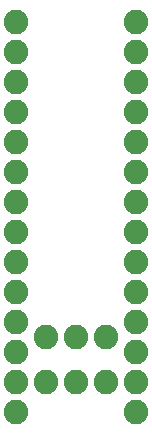
<source format=gbr>
G04 EAGLE Gerber RS-274X export*
G75*
%MOMM*%
%FSLAX34Y34*%
%LPD*%
%INSoldermask Bottom*%
%IPPOS*%
%AMOC8*
5,1,8,0,0,1.08239X$1,22.5*%
G01*
%ADD10C,2.082800*%


D10*
X114300Y342900D03*
X114300Y317500D03*
X114300Y292100D03*
X114300Y266700D03*
X114300Y241300D03*
X114300Y215900D03*
X114300Y190500D03*
X114300Y165100D03*
X114300Y139700D03*
X114300Y114300D03*
X114300Y88900D03*
X114300Y63500D03*
X114300Y38100D03*
X114300Y12700D03*
X12700Y342900D03*
X12700Y317500D03*
X12700Y292100D03*
X12700Y266700D03*
X12700Y241300D03*
X12700Y215900D03*
X12700Y190500D03*
X12700Y165100D03*
X12700Y139700D03*
X12700Y114300D03*
X12700Y88900D03*
X12700Y63500D03*
X12700Y38100D03*
X12700Y12700D03*
X88900Y38100D03*
X63500Y38100D03*
X38100Y38100D03*
X88900Y76200D03*
X63500Y76200D03*
X38100Y76200D03*
M02*

</source>
